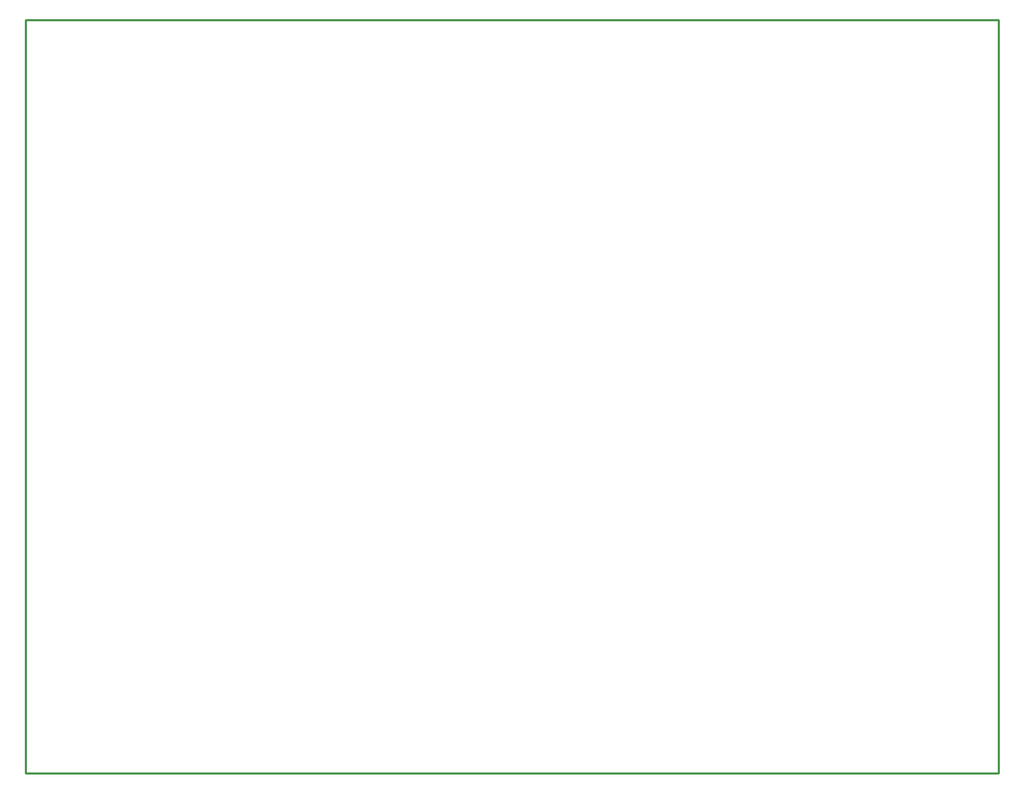
<source format=gbr>
%TF.GenerationSoftware,Altium Limited,Altium Designer,19.1.8 (144)*%
G04 Layer_Color=16711935*
%FSLAX26Y26*%
%MOIN*%
%TF.FileFunction,Other,Mechanical_1*%
%TF.Part,Single*%
G01*
G75*
%TA.AperFunction,NonConductor*%
%ADD43C,0.010000*%
D43*
X0Y0D02*
X4570000D01*
Y3540000D01*
X0D02*
X4570000D01*
X0Y0D02*
Y3540000D01*
%TF.MD5,6dc51054ee797dd9a6210e132870392a*%
M02*

</source>
